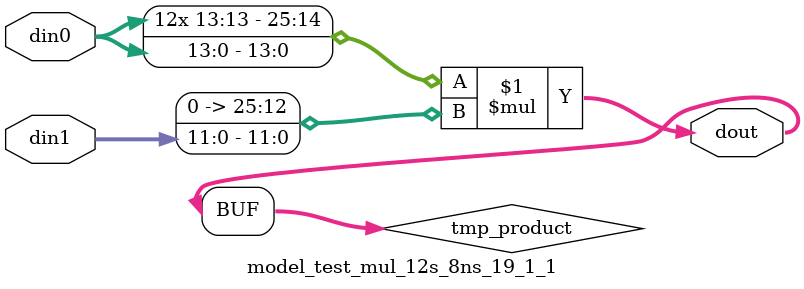
<source format=v>

`timescale 1 ns / 1 ps

  module model_test_mul_12s_8ns_19_1_1(din0, din1, dout);
parameter ID = 1;
parameter NUM_STAGE = 0;
parameter din0_WIDTH = 14;
parameter din1_WIDTH = 12;
parameter dout_WIDTH = 26;

input [din0_WIDTH - 1 : 0] din0; 
input [din1_WIDTH - 1 : 0] din1; 
output [dout_WIDTH - 1 : 0] dout;

wire signed [dout_WIDTH - 1 : 0] tmp_product;












assign tmp_product = $signed(din0) * $signed({1'b0, din1});









assign dout = tmp_product;







endmodule

</source>
